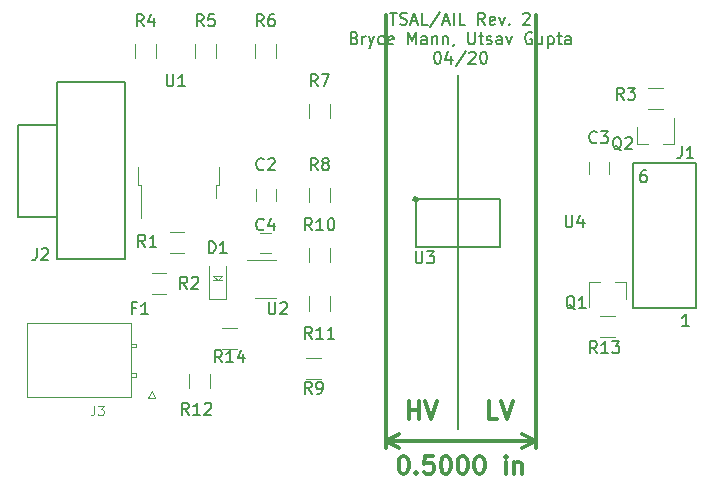
<source format=gto>
G04 #@! TF.GenerationSoftware,KiCad,Pcbnew,5.0.2-bee76a0~70~ubuntu18.04.1*
G04 #@! TF.CreationDate,2019-04-22T12:09:22-04:00*
G04 #@! TF.ProjectId,TSAL,5453414c-2e6b-4696-9361-645f70636258,rev?*
G04 #@! TF.SameCoordinates,Original*
G04 #@! TF.FileFunction,Legend,Top*
G04 #@! TF.FilePolarity,Positive*
%FSLAX46Y46*%
G04 Gerber Fmt 4.6, Leading zero omitted, Abs format (unit mm)*
G04 Created by KiCad (PCBNEW 5.0.2-bee76a0~70~ubuntu18.04.1) date Mon 22 Apr 2019 12:09:22 PM EDT*
%MOMM*%
%LPD*%
G01*
G04 APERTURE LIST*
%ADD10C,0.150000*%
%ADD11C,0.300000*%
%ADD12C,0.200000*%
%ADD13C,0.120000*%
%ADD14C,0.100000*%
%ADD15C,0.400000*%
G04 APERTURE END LIST*
D10*
X162933809Y-75018380D02*
X163505238Y-75018380D01*
X163219523Y-76018380D02*
X163219523Y-75018380D01*
X163790952Y-75970761D02*
X163933809Y-76018380D01*
X164171904Y-76018380D01*
X164267142Y-75970761D01*
X164314761Y-75923142D01*
X164362380Y-75827904D01*
X164362380Y-75732666D01*
X164314761Y-75637428D01*
X164267142Y-75589809D01*
X164171904Y-75542190D01*
X163981428Y-75494571D01*
X163886190Y-75446952D01*
X163838571Y-75399333D01*
X163790952Y-75304095D01*
X163790952Y-75208857D01*
X163838571Y-75113619D01*
X163886190Y-75066000D01*
X163981428Y-75018380D01*
X164219523Y-75018380D01*
X164362380Y-75066000D01*
X164743333Y-75732666D02*
X165219523Y-75732666D01*
X164648095Y-76018380D02*
X164981428Y-75018380D01*
X165314761Y-76018380D01*
X166124285Y-76018380D02*
X165648095Y-76018380D01*
X165648095Y-75018380D01*
X167171904Y-74970761D02*
X166314761Y-76256476D01*
X167457619Y-75732666D02*
X167933809Y-75732666D01*
X167362380Y-76018380D02*
X167695714Y-75018380D01*
X168029047Y-76018380D01*
X168362380Y-76018380D02*
X168362380Y-75018380D01*
X169314761Y-76018380D02*
X168838571Y-76018380D01*
X168838571Y-75018380D01*
X170981428Y-76018380D02*
X170648095Y-75542190D01*
X170410000Y-76018380D02*
X170410000Y-75018380D01*
X170790952Y-75018380D01*
X170886190Y-75066000D01*
X170933809Y-75113619D01*
X170981428Y-75208857D01*
X170981428Y-75351714D01*
X170933809Y-75446952D01*
X170886190Y-75494571D01*
X170790952Y-75542190D01*
X170410000Y-75542190D01*
X171790952Y-75970761D02*
X171695714Y-76018380D01*
X171505238Y-76018380D01*
X171410000Y-75970761D01*
X171362380Y-75875523D01*
X171362380Y-75494571D01*
X171410000Y-75399333D01*
X171505238Y-75351714D01*
X171695714Y-75351714D01*
X171790952Y-75399333D01*
X171838571Y-75494571D01*
X171838571Y-75589809D01*
X171362380Y-75685047D01*
X172171904Y-75351714D02*
X172410000Y-76018380D01*
X172648095Y-75351714D01*
X173029047Y-75923142D02*
X173076666Y-75970761D01*
X173029047Y-76018380D01*
X172981428Y-75970761D01*
X173029047Y-75923142D01*
X173029047Y-76018380D01*
X174219523Y-75113619D02*
X174267142Y-75066000D01*
X174362380Y-75018380D01*
X174600476Y-75018380D01*
X174695714Y-75066000D01*
X174743333Y-75113619D01*
X174790952Y-75208857D01*
X174790952Y-75304095D01*
X174743333Y-75446952D01*
X174171904Y-76018380D01*
X174790952Y-76018380D01*
X159933809Y-77144571D02*
X160076666Y-77192190D01*
X160124285Y-77239809D01*
X160171904Y-77335047D01*
X160171904Y-77477904D01*
X160124285Y-77573142D01*
X160076666Y-77620761D01*
X159981428Y-77668380D01*
X159600476Y-77668380D01*
X159600476Y-76668380D01*
X159933809Y-76668380D01*
X160029047Y-76716000D01*
X160076666Y-76763619D01*
X160124285Y-76858857D01*
X160124285Y-76954095D01*
X160076666Y-77049333D01*
X160029047Y-77096952D01*
X159933809Y-77144571D01*
X159600476Y-77144571D01*
X160600476Y-77668380D02*
X160600476Y-77001714D01*
X160600476Y-77192190D02*
X160648095Y-77096952D01*
X160695714Y-77049333D01*
X160790952Y-77001714D01*
X160886190Y-77001714D01*
X161124285Y-77001714D02*
X161362380Y-77668380D01*
X161600476Y-77001714D02*
X161362380Y-77668380D01*
X161267142Y-77906476D01*
X161219523Y-77954095D01*
X161124285Y-78001714D01*
X162410000Y-77620761D02*
X162314761Y-77668380D01*
X162124285Y-77668380D01*
X162029047Y-77620761D01*
X161981428Y-77573142D01*
X161933809Y-77477904D01*
X161933809Y-77192190D01*
X161981428Y-77096952D01*
X162029047Y-77049333D01*
X162124285Y-77001714D01*
X162314761Y-77001714D01*
X162410000Y-77049333D01*
X163219523Y-77620761D02*
X163124285Y-77668380D01*
X162933809Y-77668380D01*
X162838571Y-77620761D01*
X162790952Y-77525523D01*
X162790952Y-77144571D01*
X162838571Y-77049333D01*
X162933809Y-77001714D01*
X163124285Y-77001714D01*
X163219523Y-77049333D01*
X163267142Y-77144571D01*
X163267142Y-77239809D01*
X162790952Y-77335047D01*
X164457619Y-77668380D02*
X164457619Y-76668380D01*
X164790952Y-77382666D01*
X165124285Y-76668380D01*
X165124285Y-77668380D01*
X166029047Y-77668380D02*
X166029047Y-77144571D01*
X165981428Y-77049333D01*
X165886190Y-77001714D01*
X165695714Y-77001714D01*
X165600476Y-77049333D01*
X166029047Y-77620761D02*
X165933809Y-77668380D01*
X165695714Y-77668380D01*
X165600476Y-77620761D01*
X165552857Y-77525523D01*
X165552857Y-77430285D01*
X165600476Y-77335047D01*
X165695714Y-77287428D01*
X165933809Y-77287428D01*
X166029047Y-77239809D01*
X166505238Y-77001714D02*
X166505238Y-77668380D01*
X166505238Y-77096952D02*
X166552857Y-77049333D01*
X166648095Y-77001714D01*
X166790952Y-77001714D01*
X166886190Y-77049333D01*
X166933809Y-77144571D01*
X166933809Y-77668380D01*
X167410000Y-77001714D02*
X167410000Y-77668380D01*
X167410000Y-77096952D02*
X167457619Y-77049333D01*
X167552857Y-77001714D01*
X167695714Y-77001714D01*
X167790952Y-77049333D01*
X167838571Y-77144571D01*
X167838571Y-77668380D01*
X168362380Y-77620761D02*
X168362380Y-77668380D01*
X168314761Y-77763619D01*
X168267142Y-77811238D01*
X169552857Y-76668380D02*
X169552857Y-77477904D01*
X169600476Y-77573142D01*
X169648095Y-77620761D01*
X169743333Y-77668380D01*
X169933809Y-77668380D01*
X170029047Y-77620761D01*
X170076666Y-77573142D01*
X170124285Y-77477904D01*
X170124285Y-76668380D01*
X170457619Y-77001714D02*
X170838571Y-77001714D01*
X170600476Y-76668380D02*
X170600476Y-77525523D01*
X170648095Y-77620761D01*
X170743333Y-77668380D01*
X170838571Y-77668380D01*
X171124285Y-77620761D02*
X171219523Y-77668380D01*
X171410000Y-77668380D01*
X171505238Y-77620761D01*
X171552857Y-77525523D01*
X171552857Y-77477904D01*
X171505238Y-77382666D01*
X171410000Y-77335047D01*
X171267142Y-77335047D01*
X171171904Y-77287428D01*
X171124285Y-77192190D01*
X171124285Y-77144571D01*
X171171904Y-77049333D01*
X171267142Y-77001714D01*
X171410000Y-77001714D01*
X171505238Y-77049333D01*
X172410000Y-77668380D02*
X172410000Y-77144571D01*
X172362380Y-77049333D01*
X172267142Y-77001714D01*
X172076666Y-77001714D01*
X171981428Y-77049333D01*
X172410000Y-77620761D02*
X172314761Y-77668380D01*
X172076666Y-77668380D01*
X171981428Y-77620761D01*
X171933809Y-77525523D01*
X171933809Y-77430285D01*
X171981428Y-77335047D01*
X172076666Y-77287428D01*
X172314761Y-77287428D01*
X172410000Y-77239809D01*
X172790952Y-77001714D02*
X173029047Y-77668380D01*
X173267142Y-77001714D01*
X174933809Y-76716000D02*
X174838571Y-76668380D01*
X174695714Y-76668380D01*
X174552857Y-76716000D01*
X174457619Y-76811238D01*
X174410000Y-76906476D01*
X174362380Y-77096952D01*
X174362380Y-77239809D01*
X174410000Y-77430285D01*
X174457619Y-77525523D01*
X174552857Y-77620761D01*
X174695714Y-77668380D01*
X174790952Y-77668380D01*
X174933809Y-77620761D01*
X174981428Y-77573142D01*
X174981428Y-77239809D01*
X174790952Y-77239809D01*
X175838571Y-77001714D02*
X175838571Y-77668380D01*
X175410000Y-77001714D02*
X175410000Y-77525523D01*
X175457619Y-77620761D01*
X175552857Y-77668380D01*
X175695714Y-77668380D01*
X175790952Y-77620761D01*
X175838571Y-77573142D01*
X176314761Y-77001714D02*
X176314761Y-78001714D01*
X176314761Y-77049333D02*
X176410000Y-77001714D01*
X176600476Y-77001714D01*
X176695714Y-77049333D01*
X176743333Y-77096952D01*
X176790952Y-77192190D01*
X176790952Y-77477904D01*
X176743333Y-77573142D01*
X176695714Y-77620761D01*
X176600476Y-77668380D01*
X176410000Y-77668380D01*
X176314761Y-77620761D01*
X177076666Y-77001714D02*
X177457619Y-77001714D01*
X177219523Y-76668380D02*
X177219523Y-77525523D01*
X177267142Y-77620761D01*
X177362380Y-77668380D01*
X177457619Y-77668380D01*
X178219523Y-77668380D02*
X178219523Y-77144571D01*
X178171904Y-77049333D01*
X178076666Y-77001714D01*
X177886190Y-77001714D01*
X177790952Y-77049333D01*
X178219523Y-77620761D02*
X178124285Y-77668380D01*
X177886190Y-77668380D01*
X177790952Y-77620761D01*
X177743333Y-77525523D01*
X177743333Y-77430285D01*
X177790952Y-77335047D01*
X177886190Y-77287428D01*
X178124285Y-77287428D01*
X178219523Y-77239809D01*
X166910000Y-78318380D02*
X167005238Y-78318380D01*
X167100476Y-78366000D01*
X167148095Y-78413619D01*
X167195714Y-78508857D01*
X167243333Y-78699333D01*
X167243333Y-78937428D01*
X167195714Y-79127904D01*
X167148095Y-79223142D01*
X167100476Y-79270761D01*
X167005238Y-79318380D01*
X166910000Y-79318380D01*
X166814761Y-79270761D01*
X166767142Y-79223142D01*
X166719523Y-79127904D01*
X166671904Y-78937428D01*
X166671904Y-78699333D01*
X166719523Y-78508857D01*
X166767142Y-78413619D01*
X166814761Y-78366000D01*
X166910000Y-78318380D01*
X168100476Y-78651714D02*
X168100476Y-79318380D01*
X167862380Y-78270761D02*
X167624285Y-78985047D01*
X168243333Y-78985047D01*
X169338571Y-78270761D02*
X168481428Y-79556476D01*
X169624285Y-78413619D02*
X169671904Y-78366000D01*
X169767142Y-78318380D01*
X170005238Y-78318380D01*
X170100476Y-78366000D01*
X170148095Y-78413619D01*
X170195714Y-78508857D01*
X170195714Y-78604095D01*
X170148095Y-78746952D01*
X169576666Y-79318380D01*
X170195714Y-79318380D01*
X170814761Y-78318380D02*
X170910000Y-78318380D01*
X171005238Y-78366000D01*
X171052857Y-78413619D01*
X171100476Y-78508857D01*
X171148095Y-78699333D01*
X171148095Y-78937428D01*
X171100476Y-79127904D01*
X171052857Y-79223142D01*
X171005238Y-79270761D01*
X170910000Y-79318380D01*
X170814761Y-79318380D01*
X170719523Y-79270761D01*
X170671904Y-79223142D01*
X170624285Y-79127904D01*
X170576666Y-78937428D01*
X170576666Y-78699333D01*
X170624285Y-78508857D01*
X170671904Y-78413619D01*
X170719523Y-78366000D01*
X170814761Y-78318380D01*
D11*
X172033428Y-109390571D02*
X171319142Y-109390571D01*
X171319142Y-107890571D01*
X172319142Y-107890571D02*
X172819142Y-109390571D01*
X173319142Y-107890571D01*
X164536571Y-109390571D02*
X164536571Y-107890571D01*
X164536571Y-108604857D02*
X165393714Y-108604857D01*
X165393714Y-109390571D02*
X165393714Y-107890571D01*
X165893714Y-107890571D02*
X166393714Y-109390571D01*
X166893714Y-107890571D01*
D12*
X168656000Y-92964000D02*
X168656000Y-110236000D01*
X168656000Y-92964000D02*
X168656000Y-80264000D01*
D11*
X164017142Y-112530571D02*
X164160000Y-112530571D01*
X164302857Y-112602000D01*
X164374285Y-112673428D01*
X164445714Y-112816285D01*
X164517142Y-113102000D01*
X164517142Y-113459142D01*
X164445714Y-113744857D01*
X164374285Y-113887714D01*
X164302857Y-113959142D01*
X164160000Y-114030571D01*
X164017142Y-114030571D01*
X163874285Y-113959142D01*
X163802857Y-113887714D01*
X163731428Y-113744857D01*
X163660000Y-113459142D01*
X163660000Y-113102000D01*
X163731428Y-112816285D01*
X163802857Y-112673428D01*
X163874285Y-112602000D01*
X164017142Y-112530571D01*
X165160000Y-113887714D02*
X165231428Y-113959142D01*
X165160000Y-114030571D01*
X165088571Y-113959142D01*
X165160000Y-113887714D01*
X165160000Y-114030571D01*
X166588571Y-112530571D02*
X165874285Y-112530571D01*
X165802857Y-113244857D01*
X165874285Y-113173428D01*
X166017142Y-113102000D01*
X166374285Y-113102000D01*
X166517142Y-113173428D01*
X166588571Y-113244857D01*
X166660000Y-113387714D01*
X166660000Y-113744857D01*
X166588571Y-113887714D01*
X166517142Y-113959142D01*
X166374285Y-114030571D01*
X166017142Y-114030571D01*
X165874285Y-113959142D01*
X165802857Y-113887714D01*
X167588571Y-112530571D02*
X167731428Y-112530571D01*
X167874285Y-112602000D01*
X167945714Y-112673428D01*
X168017142Y-112816285D01*
X168088571Y-113102000D01*
X168088571Y-113459142D01*
X168017142Y-113744857D01*
X167945714Y-113887714D01*
X167874285Y-113959142D01*
X167731428Y-114030571D01*
X167588571Y-114030571D01*
X167445714Y-113959142D01*
X167374285Y-113887714D01*
X167302857Y-113744857D01*
X167231428Y-113459142D01*
X167231428Y-113102000D01*
X167302857Y-112816285D01*
X167374285Y-112673428D01*
X167445714Y-112602000D01*
X167588571Y-112530571D01*
X169017142Y-112530571D02*
X169160000Y-112530571D01*
X169302857Y-112602000D01*
X169374285Y-112673428D01*
X169445714Y-112816285D01*
X169517142Y-113102000D01*
X169517142Y-113459142D01*
X169445714Y-113744857D01*
X169374285Y-113887714D01*
X169302857Y-113959142D01*
X169160000Y-114030571D01*
X169017142Y-114030571D01*
X168874285Y-113959142D01*
X168802857Y-113887714D01*
X168731428Y-113744857D01*
X168660000Y-113459142D01*
X168660000Y-113102000D01*
X168731428Y-112816285D01*
X168802857Y-112673428D01*
X168874285Y-112602000D01*
X169017142Y-112530571D01*
X170445714Y-112530571D02*
X170588571Y-112530571D01*
X170731428Y-112602000D01*
X170802857Y-112673428D01*
X170874285Y-112816285D01*
X170945714Y-113102000D01*
X170945714Y-113459142D01*
X170874285Y-113744857D01*
X170802857Y-113887714D01*
X170731428Y-113959142D01*
X170588571Y-114030571D01*
X170445714Y-114030571D01*
X170302857Y-113959142D01*
X170231428Y-113887714D01*
X170160000Y-113744857D01*
X170088571Y-113459142D01*
X170088571Y-113102000D01*
X170160000Y-112816285D01*
X170231428Y-112673428D01*
X170302857Y-112602000D01*
X170445714Y-112530571D01*
X172731428Y-114030571D02*
X172731428Y-113030571D01*
X172731428Y-112530571D02*
X172660000Y-112602000D01*
X172731428Y-112673428D01*
X172802857Y-112602000D01*
X172731428Y-112530571D01*
X172731428Y-112673428D01*
X173445714Y-113030571D02*
X173445714Y-114030571D01*
X173445714Y-113173428D02*
X173517142Y-113102000D01*
X173660000Y-113030571D01*
X173874285Y-113030571D01*
X174017142Y-113102000D01*
X174088571Y-113244857D01*
X174088571Y-114030571D01*
X162560000Y-111252000D02*
X175260000Y-111252000D01*
X162560000Y-75184000D02*
X162560000Y-111838421D01*
X175260000Y-75184000D02*
X175260000Y-111838421D01*
X175260000Y-111252000D02*
X174133496Y-111838421D01*
X175260000Y-111252000D02*
X174133496Y-110665579D01*
X162560000Y-111252000D02*
X163686504Y-111838421D01*
X162560000Y-111252000D02*
X163686504Y-110665579D01*
D13*
G04 #@! TO.C,U1*
X148214000Y-89592000D02*
X148214000Y-90692000D01*
X148484000Y-89592000D02*
X148214000Y-89592000D01*
X148484000Y-88092000D02*
X148484000Y-89592000D01*
X141854000Y-89592000D02*
X141854000Y-92422000D01*
X141584000Y-89592000D02*
X141854000Y-89592000D01*
X141584000Y-88092000D02*
X141584000Y-89592000D01*
G04 #@! TO.C,Q2*
X183840000Y-86104000D02*
X184770000Y-86104000D01*
X187000000Y-86104000D02*
X186070000Y-86104000D01*
X187000000Y-86104000D02*
X187000000Y-83944000D01*
X183840000Y-86104000D02*
X183840000Y-84644000D01*
G04 #@! TO.C,C2*
X153250000Y-90940000D02*
X153250000Y-89940000D01*
X151550000Y-89940000D02*
X151550000Y-90940000D01*
G04 #@! TO.C,C3*
X179744000Y-87638000D02*
X179744000Y-88638000D01*
X181444000Y-88638000D02*
X181444000Y-87638000D01*
G04 #@! TO.C,C4*
X152900000Y-93638000D02*
X151900000Y-93638000D01*
X151900000Y-95338000D02*
X152900000Y-95338000D01*
D14*
G04 #@! TO.C,D1*
X148686000Y-97652000D02*
X148336000Y-97652000D01*
X148336000Y-97652000D02*
X147986000Y-97652000D01*
X148686000Y-97302000D02*
X148336000Y-97652000D01*
X148636000Y-97302000D02*
X148686000Y-97302000D01*
X148686000Y-97302000D02*
X148636000Y-97302000D01*
X147986000Y-97302000D02*
X148636000Y-97302000D01*
X148036000Y-97352000D02*
X147986000Y-97302000D01*
X148336000Y-97652000D02*
X148036000Y-97352000D01*
D13*
X147636000Y-99252000D02*
X149036000Y-99252000D01*
X149036000Y-99252000D02*
X149036000Y-96452000D01*
X147636000Y-99252000D02*
X147636000Y-96452000D01*
D10*
G04 #@! TO.C,J1*
X188832000Y-87738000D02*
X183532000Y-87738000D01*
X188832000Y-99968000D02*
X183532000Y-99968000D01*
X188832000Y-87738000D02*
X188832000Y-99968000D01*
X183532000Y-87738000D02*
X183532000Y-99968000D01*
G04 #@! TO.C,J2*
X134740000Y-84492000D02*
X131430000Y-84492000D01*
X131430000Y-84492000D02*
X131430000Y-92292000D01*
X131430000Y-92292000D02*
X134740000Y-92292000D01*
X134740000Y-95892000D02*
X140462000Y-95892000D01*
X134740000Y-80892000D02*
X140462000Y-80892000D01*
X134740000Y-95892000D02*
X134740000Y-80892000D01*
X140462000Y-95892000D02*
X140462000Y-80892000D01*
D13*
G04 #@! TO.C,J3*
X132218000Y-107534000D02*
X140978000Y-107534000D01*
X140978000Y-107534000D02*
X140978000Y-101294000D01*
X140978000Y-101294000D02*
X132218000Y-101294000D01*
X132218000Y-101294000D02*
X132218000Y-107534000D01*
X140978000Y-105814000D02*
X141448000Y-105814000D01*
X141448000Y-105814000D02*
X141448000Y-105514000D01*
X141448000Y-105514000D02*
X140978000Y-105514000D01*
X140978000Y-105514000D02*
X140978000Y-105814000D01*
X140978000Y-103314000D02*
X141448000Y-103314000D01*
X141448000Y-103314000D02*
X141448000Y-103014000D01*
X141448000Y-103014000D02*
X140978000Y-103014000D01*
X140978000Y-103014000D02*
X140978000Y-103314000D01*
X142748000Y-107064000D02*
X143048000Y-107664000D01*
X143048000Y-107664000D02*
X142448000Y-107664000D01*
X142448000Y-107664000D02*
X142748000Y-107064000D01*
G04 #@! TO.C,Q1*
X182936000Y-97792000D02*
X182936000Y-99252000D01*
X179776000Y-97792000D02*
X179776000Y-99952000D01*
X179776000Y-97792000D02*
X180706000Y-97792000D01*
X182936000Y-97792000D02*
X182006000Y-97792000D01*
G04 #@! TO.C,R1*
X144307000Y-93608000D02*
X145507000Y-93608000D01*
X145507000Y-95368000D02*
X144307000Y-95368000D01*
G04 #@! TO.C,R2*
X142783000Y-97037000D02*
X143983000Y-97037000D01*
X143983000Y-98797000D02*
X142783000Y-98797000D01*
G04 #@! TO.C,R3*
X184820000Y-81416000D02*
X186020000Y-81416000D01*
X186020000Y-83176000D02*
X184820000Y-83176000D01*
G04 #@! TO.C,R4*
X143120000Y-77632000D02*
X143120000Y-78832000D01*
X141360000Y-78832000D02*
X141360000Y-77632000D01*
G04 #@! TO.C,R5*
X146440000Y-78832000D02*
X146440000Y-77632000D01*
X148200000Y-77632000D02*
X148200000Y-78832000D01*
G04 #@! TO.C,R6*
X151520000Y-78832000D02*
X151520000Y-77632000D01*
X153280000Y-77632000D02*
X153280000Y-78832000D01*
G04 #@! TO.C,R7*
X157852000Y-82712000D02*
X157852000Y-83912000D01*
X156092000Y-83912000D02*
X156092000Y-82712000D01*
G04 #@! TO.C,R8*
X157852000Y-89824000D02*
X157852000Y-91024000D01*
X156092000Y-91024000D02*
X156092000Y-89824000D01*
G04 #@! TO.C,R9*
X155864000Y-104276000D02*
X157064000Y-104276000D01*
X157064000Y-106036000D02*
X155864000Y-106036000D01*
G04 #@! TO.C,R10*
X157852000Y-94904000D02*
X157852000Y-96104000D01*
X156092000Y-96104000D02*
X156092000Y-94904000D01*
G04 #@! TO.C,R11*
X157852000Y-99034000D02*
X157852000Y-100234000D01*
X156092000Y-100234000D02*
X156092000Y-99034000D01*
G04 #@! TO.C,R12*
X145932000Y-106772000D02*
X145932000Y-105572000D01*
X147692000Y-105572000D02*
X147692000Y-106772000D01*
G04 #@! TO.C,R13*
X180756000Y-100720000D02*
X181956000Y-100720000D01*
X181956000Y-102480000D02*
X180756000Y-102480000D01*
G04 #@! TO.C,R14*
X148752000Y-101736000D02*
X149952000Y-101736000D01*
X149952000Y-103496000D02*
X148752000Y-103496000D01*
G04 #@! TO.C,U2*
X151500000Y-99146000D02*
X153300000Y-99146000D01*
X153300000Y-95926000D02*
X150850000Y-95926000D01*
D10*
G04 #@! TO.C,U3*
X165100000Y-90805000D02*
X172212000Y-90805000D01*
X165100000Y-94869000D02*
X165100000Y-90805000D01*
X172212000Y-94869000D02*
X165100000Y-94869000D01*
X172212000Y-90805000D02*
X172212000Y-94869000D01*
D15*
X165200000Y-90805000D02*
G75*
G03X165200000Y-90805000I-100000J0D01*
G01*
G04 #@! TO.C,U1*
D10*
X144018095Y-80224380D02*
X144018095Y-81033904D01*
X144065714Y-81129142D01*
X144113333Y-81176761D01*
X144208571Y-81224380D01*
X144399047Y-81224380D01*
X144494285Y-81176761D01*
X144541904Y-81129142D01*
X144589523Y-81033904D01*
X144589523Y-80224380D01*
X145589523Y-81224380D02*
X145018095Y-81224380D01*
X145303809Y-81224380D02*
X145303809Y-80224380D01*
X145208571Y-80367238D01*
X145113333Y-80462476D01*
X145018095Y-80510095D01*
G04 #@! TO.C,Q2*
X182530761Y-86653619D02*
X182435523Y-86606000D01*
X182340285Y-86510761D01*
X182197428Y-86367904D01*
X182102190Y-86320285D01*
X182006952Y-86320285D01*
X182054571Y-86558380D02*
X181959333Y-86510761D01*
X181864095Y-86415523D01*
X181816476Y-86225047D01*
X181816476Y-85891714D01*
X181864095Y-85701238D01*
X181959333Y-85606000D01*
X182054571Y-85558380D01*
X182245047Y-85558380D01*
X182340285Y-85606000D01*
X182435523Y-85701238D01*
X182483142Y-85891714D01*
X182483142Y-86225047D01*
X182435523Y-86415523D01*
X182340285Y-86510761D01*
X182245047Y-86558380D01*
X182054571Y-86558380D01*
X182864095Y-85653619D02*
X182911714Y-85606000D01*
X183006952Y-85558380D01*
X183245047Y-85558380D01*
X183340285Y-85606000D01*
X183387904Y-85653619D01*
X183435523Y-85748857D01*
X183435523Y-85844095D01*
X183387904Y-85986952D01*
X182816476Y-86558380D01*
X183435523Y-86558380D01*
G04 #@! TO.C,C2*
X152233333Y-88241142D02*
X152185714Y-88288761D01*
X152042857Y-88336380D01*
X151947619Y-88336380D01*
X151804761Y-88288761D01*
X151709523Y-88193523D01*
X151661904Y-88098285D01*
X151614285Y-87907809D01*
X151614285Y-87764952D01*
X151661904Y-87574476D01*
X151709523Y-87479238D01*
X151804761Y-87384000D01*
X151947619Y-87336380D01*
X152042857Y-87336380D01*
X152185714Y-87384000D01*
X152233333Y-87431619D01*
X152614285Y-87431619D02*
X152661904Y-87384000D01*
X152757142Y-87336380D01*
X152995238Y-87336380D01*
X153090476Y-87384000D01*
X153138095Y-87431619D01*
X153185714Y-87526857D01*
X153185714Y-87622095D01*
X153138095Y-87764952D01*
X152566666Y-88336380D01*
X153185714Y-88336380D01*
G04 #@! TO.C,C3*
X180427333Y-85955142D02*
X180379714Y-86002761D01*
X180236857Y-86050380D01*
X180141619Y-86050380D01*
X179998761Y-86002761D01*
X179903523Y-85907523D01*
X179855904Y-85812285D01*
X179808285Y-85621809D01*
X179808285Y-85478952D01*
X179855904Y-85288476D01*
X179903523Y-85193238D01*
X179998761Y-85098000D01*
X180141619Y-85050380D01*
X180236857Y-85050380D01*
X180379714Y-85098000D01*
X180427333Y-85145619D01*
X180760666Y-85050380D02*
X181379714Y-85050380D01*
X181046380Y-85431333D01*
X181189238Y-85431333D01*
X181284476Y-85478952D01*
X181332095Y-85526571D01*
X181379714Y-85621809D01*
X181379714Y-85859904D01*
X181332095Y-85955142D01*
X181284476Y-86002761D01*
X181189238Y-86050380D01*
X180903523Y-86050380D01*
X180808285Y-86002761D01*
X180760666Y-85955142D01*
G04 #@! TO.C,C4*
X152233333Y-93345142D02*
X152185714Y-93392761D01*
X152042857Y-93440380D01*
X151947619Y-93440380D01*
X151804761Y-93392761D01*
X151709523Y-93297523D01*
X151661904Y-93202285D01*
X151614285Y-93011809D01*
X151614285Y-92868952D01*
X151661904Y-92678476D01*
X151709523Y-92583238D01*
X151804761Y-92488000D01*
X151947619Y-92440380D01*
X152042857Y-92440380D01*
X152185714Y-92488000D01*
X152233333Y-92535619D01*
X153090476Y-92773714D02*
X153090476Y-93440380D01*
X152852380Y-92392761D02*
X152614285Y-93107047D01*
X153233333Y-93107047D01*
G04 #@! TO.C,D1*
X147597904Y-95364380D02*
X147597904Y-94364380D01*
X147836000Y-94364380D01*
X147978857Y-94412000D01*
X148074095Y-94507238D01*
X148121714Y-94602476D01*
X148169333Y-94792952D01*
X148169333Y-94935809D01*
X148121714Y-95126285D01*
X148074095Y-95221523D01*
X147978857Y-95316761D01*
X147836000Y-95364380D01*
X147597904Y-95364380D01*
X149121714Y-95364380D02*
X148550285Y-95364380D01*
X148836000Y-95364380D02*
X148836000Y-94364380D01*
X148740761Y-94507238D01*
X148645523Y-94602476D01*
X148550285Y-94650095D01*
G04 #@! TO.C,F1*
X141398666Y-100004571D02*
X141065333Y-100004571D01*
X141065333Y-100528380D02*
X141065333Y-99528380D01*
X141541523Y-99528380D01*
X142446285Y-100528380D02*
X141874857Y-100528380D01*
X142160571Y-100528380D02*
X142160571Y-99528380D01*
X142065333Y-99671238D01*
X141970095Y-99766476D01*
X141874857Y-99814095D01*
G04 #@! TO.C,J1*
X187626666Y-86320380D02*
X187626666Y-87034666D01*
X187579047Y-87177523D01*
X187483809Y-87272761D01*
X187340952Y-87320380D01*
X187245714Y-87320380D01*
X188626666Y-87320380D02*
X188055238Y-87320380D01*
X188340952Y-87320380D02*
X188340952Y-86320380D01*
X188245714Y-86463238D01*
X188150476Y-86558476D01*
X188055238Y-86606095D01*
X184594476Y-88352380D02*
X184404000Y-88352380D01*
X184308761Y-88400000D01*
X184261142Y-88447619D01*
X184165904Y-88590476D01*
X184118285Y-88780952D01*
X184118285Y-89161904D01*
X184165904Y-89257142D01*
X184213523Y-89304761D01*
X184308761Y-89352380D01*
X184499238Y-89352380D01*
X184594476Y-89304761D01*
X184642095Y-89257142D01*
X184689714Y-89161904D01*
X184689714Y-88923809D01*
X184642095Y-88828571D01*
X184594476Y-88780952D01*
X184499238Y-88733333D01*
X184308761Y-88733333D01*
X184213523Y-88780952D01*
X184165904Y-88828571D01*
X184118285Y-88923809D01*
X188245714Y-101544380D02*
X187674285Y-101544380D01*
X187960000Y-101544380D02*
X187960000Y-100544380D01*
X187864761Y-100687238D01*
X187769523Y-100782476D01*
X187674285Y-100830095D01*
G04 #@! TO.C,J2*
X133016666Y-94956380D02*
X133016666Y-95670666D01*
X132969047Y-95813523D01*
X132873809Y-95908761D01*
X132730952Y-95956380D01*
X132635714Y-95956380D01*
X133445238Y-95051619D02*
X133492857Y-95004000D01*
X133588095Y-94956380D01*
X133826190Y-94956380D01*
X133921428Y-95004000D01*
X133969047Y-95051619D01*
X134016666Y-95146857D01*
X134016666Y-95242095D01*
X133969047Y-95384952D01*
X133397619Y-95956380D01*
X134016666Y-95956380D01*
G04 #@! TO.C,J3*
D13*
X137909333Y-108273904D02*
X137909333Y-108845333D01*
X137871238Y-108959619D01*
X137795047Y-109035809D01*
X137680761Y-109073904D01*
X137604571Y-109073904D01*
X138214095Y-108273904D02*
X138709333Y-108273904D01*
X138442666Y-108578666D01*
X138556952Y-108578666D01*
X138633142Y-108616761D01*
X138671238Y-108654857D01*
X138709333Y-108731047D01*
X138709333Y-108921523D01*
X138671238Y-108997714D01*
X138633142Y-109035809D01*
X138556952Y-109073904D01*
X138328380Y-109073904D01*
X138252190Y-109035809D01*
X138214095Y-108997714D01*
G04 #@! TO.C,Q1*
D10*
X178593761Y-100115619D02*
X178498523Y-100068000D01*
X178403285Y-99972761D01*
X178260428Y-99829904D01*
X178165190Y-99782285D01*
X178069952Y-99782285D01*
X178117571Y-100020380D02*
X178022333Y-99972761D01*
X177927095Y-99877523D01*
X177879476Y-99687047D01*
X177879476Y-99353714D01*
X177927095Y-99163238D01*
X178022333Y-99068000D01*
X178117571Y-99020380D01*
X178308047Y-99020380D01*
X178403285Y-99068000D01*
X178498523Y-99163238D01*
X178546142Y-99353714D01*
X178546142Y-99687047D01*
X178498523Y-99877523D01*
X178403285Y-99972761D01*
X178308047Y-100020380D01*
X178117571Y-100020380D01*
X179498523Y-100020380D02*
X178927095Y-100020380D01*
X179212809Y-100020380D02*
X179212809Y-99020380D01*
X179117571Y-99163238D01*
X179022333Y-99258476D01*
X178927095Y-99306095D01*
G04 #@! TO.C,R1*
X142200333Y-94813380D02*
X141867000Y-94337190D01*
X141628904Y-94813380D02*
X141628904Y-93813380D01*
X142009857Y-93813380D01*
X142105095Y-93861000D01*
X142152714Y-93908619D01*
X142200333Y-94003857D01*
X142200333Y-94146714D01*
X142152714Y-94241952D01*
X142105095Y-94289571D01*
X142009857Y-94337190D01*
X141628904Y-94337190D01*
X143152714Y-94813380D02*
X142581285Y-94813380D01*
X142867000Y-94813380D02*
X142867000Y-93813380D01*
X142771761Y-93956238D01*
X142676523Y-94051476D01*
X142581285Y-94099095D01*
G04 #@! TO.C,R2*
X145756333Y-98369380D02*
X145423000Y-97893190D01*
X145184904Y-98369380D02*
X145184904Y-97369380D01*
X145565857Y-97369380D01*
X145661095Y-97417000D01*
X145708714Y-97464619D01*
X145756333Y-97559857D01*
X145756333Y-97702714D01*
X145708714Y-97797952D01*
X145661095Y-97845571D01*
X145565857Y-97893190D01*
X145184904Y-97893190D01*
X146137285Y-97464619D02*
X146184904Y-97417000D01*
X146280142Y-97369380D01*
X146518238Y-97369380D01*
X146613476Y-97417000D01*
X146661095Y-97464619D01*
X146708714Y-97559857D01*
X146708714Y-97655095D01*
X146661095Y-97797952D01*
X146089666Y-98369380D01*
X146708714Y-98369380D01*
G04 #@! TO.C,R3*
X182713333Y-82367380D02*
X182380000Y-81891190D01*
X182141904Y-82367380D02*
X182141904Y-81367380D01*
X182522857Y-81367380D01*
X182618095Y-81415000D01*
X182665714Y-81462619D01*
X182713333Y-81557857D01*
X182713333Y-81700714D01*
X182665714Y-81795952D01*
X182618095Y-81843571D01*
X182522857Y-81891190D01*
X182141904Y-81891190D01*
X183046666Y-81367380D02*
X183665714Y-81367380D01*
X183332380Y-81748333D01*
X183475238Y-81748333D01*
X183570476Y-81795952D01*
X183618095Y-81843571D01*
X183665714Y-81938809D01*
X183665714Y-82176904D01*
X183618095Y-82272142D01*
X183570476Y-82319761D01*
X183475238Y-82367380D01*
X183189523Y-82367380D01*
X183094285Y-82319761D01*
X183046666Y-82272142D01*
G04 #@! TO.C,R4*
X142073333Y-76144380D02*
X141740000Y-75668190D01*
X141501904Y-76144380D02*
X141501904Y-75144380D01*
X141882857Y-75144380D01*
X141978095Y-75192000D01*
X142025714Y-75239619D01*
X142073333Y-75334857D01*
X142073333Y-75477714D01*
X142025714Y-75572952D01*
X141978095Y-75620571D01*
X141882857Y-75668190D01*
X141501904Y-75668190D01*
X142930476Y-75477714D02*
X142930476Y-76144380D01*
X142692380Y-75096761D02*
X142454285Y-75811047D01*
X143073333Y-75811047D01*
G04 #@! TO.C,R5*
X147153333Y-76144380D02*
X146820000Y-75668190D01*
X146581904Y-76144380D02*
X146581904Y-75144380D01*
X146962857Y-75144380D01*
X147058095Y-75192000D01*
X147105714Y-75239619D01*
X147153333Y-75334857D01*
X147153333Y-75477714D01*
X147105714Y-75572952D01*
X147058095Y-75620571D01*
X146962857Y-75668190D01*
X146581904Y-75668190D01*
X148058095Y-75144380D02*
X147581904Y-75144380D01*
X147534285Y-75620571D01*
X147581904Y-75572952D01*
X147677142Y-75525333D01*
X147915238Y-75525333D01*
X148010476Y-75572952D01*
X148058095Y-75620571D01*
X148105714Y-75715809D01*
X148105714Y-75953904D01*
X148058095Y-76049142D01*
X148010476Y-76096761D01*
X147915238Y-76144380D01*
X147677142Y-76144380D01*
X147581904Y-76096761D01*
X147534285Y-76049142D01*
G04 #@! TO.C,R6*
X152233333Y-76144380D02*
X151900000Y-75668190D01*
X151661904Y-76144380D02*
X151661904Y-75144380D01*
X152042857Y-75144380D01*
X152138095Y-75192000D01*
X152185714Y-75239619D01*
X152233333Y-75334857D01*
X152233333Y-75477714D01*
X152185714Y-75572952D01*
X152138095Y-75620571D01*
X152042857Y-75668190D01*
X151661904Y-75668190D01*
X153090476Y-75144380D02*
X152900000Y-75144380D01*
X152804761Y-75192000D01*
X152757142Y-75239619D01*
X152661904Y-75382476D01*
X152614285Y-75572952D01*
X152614285Y-75953904D01*
X152661904Y-76049142D01*
X152709523Y-76096761D01*
X152804761Y-76144380D01*
X152995238Y-76144380D01*
X153090476Y-76096761D01*
X153138095Y-76049142D01*
X153185714Y-75953904D01*
X153185714Y-75715809D01*
X153138095Y-75620571D01*
X153090476Y-75572952D01*
X152995238Y-75525333D01*
X152804761Y-75525333D01*
X152709523Y-75572952D01*
X152661904Y-75620571D01*
X152614285Y-75715809D01*
G04 #@! TO.C,R7*
X156805333Y-81224380D02*
X156472000Y-80748190D01*
X156233904Y-81224380D02*
X156233904Y-80224380D01*
X156614857Y-80224380D01*
X156710095Y-80272000D01*
X156757714Y-80319619D01*
X156805333Y-80414857D01*
X156805333Y-80557714D01*
X156757714Y-80652952D01*
X156710095Y-80700571D01*
X156614857Y-80748190D01*
X156233904Y-80748190D01*
X157138666Y-80224380D02*
X157805333Y-80224380D01*
X157376761Y-81224380D01*
G04 #@! TO.C,R8*
X156805333Y-88336380D02*
X156472000Y-87860190D01*
X156233904Y-88336380D02*
X156233904Y-87336380D01*
X156614857Y-87336380D01*
X156710095Y-87384000D01*
X156757714Y-87431619D01*
X156805333Y-87526857D01*
X156805333Y-87669714D01*
X156757714Y-87764952D01*
X156710095Y-87812571D01*
X156614857Y-87860190D01*
X156233904Y-87860190D01*
X157376761Y-87764952D02*
X157281523Y-87717333D01*
X157233904Y-87669714D01*
X157186285Y-87574476D01*
X157186285Y-87526857D01*
X157233904Y-87431619D01*
X157281523Y-87384000D01*
X157376761Y-87336380D01*
X157567238Y-87336380D01*
X157662476Y-87384000D01*
X157710095Y-87431619D01*
X157757714Y-87526857D01*
X157757714Y-87574476D01*
X157710095Y-87669714D01*
X157662476Y-87717333D01*
X157567238Y-87764952D01*
X157376761Y-87764952D01*
X157281523Y-87812571D01*
X157233904Y-87860190D01*
X157186285Y-87955428D01*
X157186285Y-88145904D01*
X157233904Y-88241142D01*
X157281523Y-88288761D01*
X157376761Y-88336380D01*
X157567238Y-88336380D01*
X157662476Y-88288761D01*
X157710095Y-88241142D01*
X157757714Y-88145904D01*
X157757714Y-87955428D01*
X157710095Y-87860190D01*
X157662476Y-87812571D01*
X157567238Y-87764952D01*
G04 #@! TO.C,R9*
X156297333Y-107258380D02*
X155964000Y-106782190D01*
X155725904Y-107258380D02*
X155725904Y-106258380D01*
X156106857Y-106258380D01*
X156202095Y-106306000D01*
X156249714Y-106353619D01*
X156297333Y-106448857D01*
X156297333Y-106591714D01*
X156249714Y-106686952D01*
X156202095Y-106734571D01*
X156106857Y-106782190D01*
X155725904Y-106782190D01*
X156773523Y-107258380D02*
X156964000Y-107258380D01*
X157059238Y-107210761D01*
X157106857Y-107163142D01*
X157202095Y-107020285D01*
X157249714Y-106829809D01*
X157249714Y-106448857D01*
X157202095Y-106353619D01*
X157154476Y-106306000D01*
X157059238Y-106258380D01*
X156868761Y-106258380D01*
X156773523Y-106306000D01*
X156725904Y-106353619D01*
X156678285Y-106448857D01*
X156678285Y-106686952D01*
X156725904Y-106782190D01*
X156773523Y-106829809D01*
X156868761Y-106877428D01*
X157059238Y-106877428D01*
X157154476Y-106829809D01*
X157202095Y-106782190D01*
X157249714Y-106686952D01*
G04 #@! TO.C,R10*
X156329142Y-93416380D02*
X155995809Y-92940190D01*
X155757714Y-93416380D02*
X155757714Y-92416380D01*
X156138666Y-92416380D01*
X156233904Y-92464000D01*
X156281523Y-92511619D01*
X156329142Y-92606857D01*
X156329142Y-92749714D01*
X156281523Y-92844952D01*
X156233904Y-92892571D01*
X156138666Y-92940190D01*
X155757714Y-92940190D01*
X157281523Y-93416380D02*
X156710095Y-93416380D01*
X156995809Y-93416380D02*
X156995809Y-92416380D01*
X156900571Y-92559238D01*
X156805333Y-92654476D01*
X156710095Y-92702095D01*
X157900571Y-92416380D02*
X157995809Y-92416380D01*
X158091047Y-92464000D01*
X158138666Y-92511619D01*
X158186285Y-92606857D01*
X158233904Y-92797333D01*
X158233904Y-93035428D01*
X158186285Y-93225904D01*
X158138666Y-93321142D01*
X158091047Y-93368761D01*
X157995809Y-93416380D01*
X157900571Y-93416380D01*
X157805333Y-93368761D01*
X157757714Y-93321142D01*
X157710095Y-93225904D01*
X157662476Y-93035428D01*
X157662476Y-92797333D01*
X157710095Y-92606857D01*
X157757714Y-92511619D01*
X157805333Y-92464000D01*
X157900571Y-92416380D01*
G04 #@! TO.C,R11*
X156329142Y-102626380D02*
X155995809Y-102150190D01*
X155757714Y-102626380D02*
X155757714Y-101626380D01*
X156138666Y-101626380D01*
X156233904Y-101674000D01*
X156281523Y-101721619D01*
X156329142Y-101816857D01*
X156329142Y-101959714D01*
X156281523Y-102054952D01*
X156233904Y-102102571D01*
X156138666Y-102150190D01*
X155757714Y-102150190D01*
X157281523Y-102626380D02*
X156710095Y-102626380D01*
X156995809Y-102626380D02*
X156995809Y-101626380D01*
X156900571Y-101769238D01*
X156805333Y-101864476D01*
X156710095Y-101912095D01*
X158233904Y-102626380D02*
X157662476Y-102626380D01*
X157948190Y-102626380D02*
X157948190Y-101626380D01*
X157852952Y-101769238D01*
X157757714Y-101864476D01*
X157662476Y-101912095D01*
G04 #@! TO.C,R12*
X145915142Y-109037380D02*
X145581809Y-108561190D01*
X145343714Y-109037380D02*
X145343714Y-108037380D01*
X145724666Y-108037380D01*
X145819904Y-108085000D01*
X145867523Y-108132619D01*
X145915142Y-108227857D01*
X145915142Y-108370714D01*
X145867523Y-108465952D01*
X145819904Y-108513571D01*
X145724666Y-108561190D01*
X145343714Y-108561190D01*
X146867523Y-109037380D02*
X146296095Y-109037380D01*
X146581809Y-109037380D02*
X146581809Y-108037380D01*
X146486571Y-108180238D01*
X146391333Y-108275476D01*
X146296095Y-108323095D01*
X147248476Y-108132619D02*
X147296095Y-108085000D01*
X147391333Y-108037380D01*
X147629428Y-108037380D01*
X147724666Y-108085000D01*
X147772285Y-108132619D01*
X147819904Y-108227857D01*
X147819904Y-108323095D01*
X147772285Y-108465952D01*
X147200857Y-109037380D01*
X147819904Y-109037380D01*
G04 #@! TO.C,R13*
X180459142Y-103830380D02*
X180125809Y-103354190D01*
X179887714Y-103830380D02*
X179887714Y-102830380D01*
X180268666Y-102830380D01*
X180363904Y-102878000D01*
X180411523Y-102925619D01*
X180459142Y-103020857D01*
X180459142Y-103163714D01*
X180411523Y-103258952D01*
X180363904Y-103306571D01*
X180268666Y-103354190D01*
X179887714Y-103354190D01*
X181411523Y-103830380D02*
X180840095Y-103830380D01*
X181125809Y-103830380D02*
X181125809Y-102830380D01*
X181030571Y-102973238D01*
X180935333Y-103068476D01*
X180840095Y-103116095D01*
X181744857Y-102830380D02*
X182363904Y-102830380D01*
X182030571Y-103211333D01*
X182173428Y-103211333D01*
X182268666Y-103258952D01*
X182316285Y-103306571D01*
X182363904Y-103401809D01*
X182363904Y-103639904D01*
X182316285Y-103735142D01*
X182268666Y-103782761D01*
X182173428Y-103830380D01*
X181887714Y-103830380D01*
X181792476Y-103782761D01*
X181744857Y-103735142D01*
G04 #@! TO.C,R14*
X148709142Y-104592380D02*
X148375809Y-104116190D01*
X148137714Y-104592380D02*
X148137714Y-103592380D01*
X148518666Y-103592380D01*
X148613904Y-103640000D01*
X148661523Y-103687619D01*
X148709142Y-103782857D01*
X148709142Y-103925714D01*
X148661523Y-104020952D01*
X148613904Y-104068571D01*
X148518666Y-104116190D01*
X148137714Y-104116190D01*
X149661523Y-104592380D02*
X149090095Y-104592380D01*
X149375809Y-104592380D02*
X149375809Y-103592380D01*
X149280571Y-103735238D01*
X149185333Y-103830476D01*
X149090095Y-103878095D01*
X150518666Y-103925714D02*
X150518666Y-104592380D01*
X150280571Y-103544761D02*
X150042476Y-104259047D01*
X150661523Y-104259047D01*
G04 #@! TO.C,U2*
X152654095Y-99528380D02*
X152654095Y-100337904D01*
X152701714Y-100433142D01*
X152749333Y-100480761D01*
X152844571Y-100528380D01*
X153035047Y-100528380D01*
X153130285Y-100480761D01*
X153177904Y-100433142D01*
X153225523Y-100337904D01*
X153225523Y-99528380D01*
X153654095Y-99623619D02*
X153701714Y-99576000D01*
X153796952Y-99528380D01*
X154035047Y-99528380D01*
X154130285Y-99576000D01*
X154177904Y-99623619D01*
X154225523Y-99718857D01*
X154225523Y-99814095D01*
X154177904Y-99956952D01*
X153606476Y-100528380D01*
X154225523Y-100528380D01*
G04 #@! TO.C,U3*
X165100095Y-95210380D02*
X165100095Y-96019904D01*
X165147714Y-96115142D01*
X165195333Y-96162761D01*
X165290571Y-96210380D01*
X165481047Y-96210380D01*
X165576285Y-96162761D01*
X165623904Y-96115142D01*
X165671523Y-96019904D01*
X165671523Y-95210380D01*
X166052476Y-95210380D02*
X166671523Y-95210380D01*
X166338190Y-95591333D01*
X166481047Y-95591333D01*
X166576285Y-95638952D01*
X166623904Y-95686571D01*
X166671523Y-95781809D01*
X166671523Y-96019904D01*
X166623904Y-96115142D01*
X166576285Y-96162761D01*
X166481047Y-96210380D01*
X166195333Y-96210380D01*
X166100095Y-96162761D01*
X166052476Y-96115142D01*
G04 #@! TO.C,U4*
X177800095Y-92162380D02*
X177800095Y-92971904D01*
X177847714Y-93067142D01*
X177895333Y-93114761D01*
X177990571Y-93162380D01*
X178181047Y-93162380D01*
X178276285Y-93114761D01*
X178323904Y-93067142D01*
X178371523Y-92971904D01*
X178371523Y-92162380D01*
X179276285Y-92495714D02*
X179276285Y-93162380D01*
X179038190Y-92114761D02*
X178800095Y-92829047D01*
X179419142Y-92829047D01*
G04 #@! TD*
M02*

</source>
